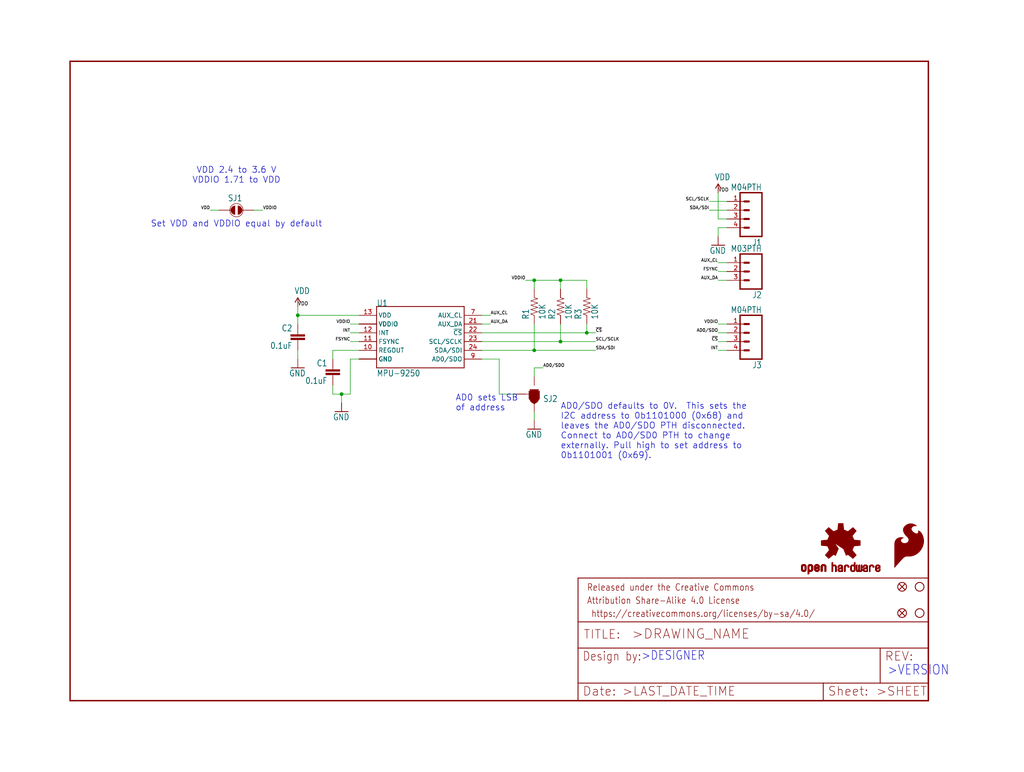
<source format=kicad_sch>
(kicad_sch (version 20211123) (generator eeschema)
  (paper "User" 297.002 223.926)
  (lib_symbols
    (symbol "eagleSchem-eagle-import:0.1UF-25V(+80{slash}-20%)(0603)"
      (property "Reference" "C" (at 1.524 2.921 0))
      (property "Value" "0.1UF-25V(+80{slash}-20%)(0603)" (at 1.524 -2.159 0))
      (symbol "0.1UF-25V(+80{slash}-20%)(0603)_1_0"
        (pin passive line (at 0 5.08 270) (length 2.54) (name "1") (number "1"))
        (pin passive line (at 0 -2.54 90) (length 2.54) (name "2") (number "2"))
      )
    )
    (symbol "eagleSchem-eagle-import:10KOHM-1{slash}10W-1%(0603)0603"
      (property "Reference" "R" (at -3.81 1.4986 0))
      (property "Value" "10KOHM-1{slash}10W-1%(0603)0603" (at -3.81 -3.302 0))
      (symbol "10KOHM-1{slash}10W-1%(0603)0603_1_0"
        (pin passive line (at -5.08 0 0) (length 2.54) (name "1") (number "1"))
        (pin passive line (at 5.08 0 180) (length 2.54) (name "2") (number "2"))
      )
    )
    (symbol "eagleSchem-eagle-import:FIDUCIAL1X2")
    (symbol "eagleSchem-eagle-import:FRAME-LETTER"
      (symbol "FRAME-LETTER_2_0"
        (text " https://creativecommons.org/licenses/by-sa/4.0/" (at 2.54 24.13 0) (effects (font (size 1.9304 1.6408)) (justify left bottom)))
        (text ">DRAWING_NAME" (at 15.494 17.78 0) (effects (font (size 2.7432 2.7432)) (justify left bottom)))
        (text ">LAST_DATE_TIME" (at 12.7 1.27 0) (effects (font (size 2.54 2.54)) (justify left bottom)))
        (text ">SHEET" (at 86.36 1.27 0) (effects (font (size 2.54 2.54)) (justify left bottom)))
        (text "Attribution Share-Alike 4.0 License" (at 2.54 27.94 0) (effects (font (size 1.9304 1.6408)) (justify left bottom)))
        (text "Date:" (at 1.27 1.27 0) (effects (font (size 2.54 2.54)) (justify left bottom)))
        (text "Design by:" (at 1.27 11.43 0) (effects (font (size 2.54 2.159)) (justify left bottom)))
        (text "Released under the Creative Commons" (at 2.54 31.75 0) (effects (font (size 1.9304 1.6408)) (justify left bottom)))
        (text "REV:" (at 88.9 11.43 0) (effects (font (size 2.54 2.54)) (justify left bottom)))
        (text "Sheet:" (at 72.39 1.27 0) (effects (font (size 2.54 2.54)) (justify left bottom)))
        (text "TITLE:" (at 1.524 17.78 0) (effects (font (size 2.54 2.54)) (justify left bottom)))
      )
    )
    (symbol "eagleSchem-eagle-import:GND" (power)
      (property "Value" "GND" (at -2.54 -2.54 0))
      (symbol "GND_1_0"
        (pin power_in line (at 0 2.54 270) (length 2.54) (name "GND") (number "1"))
      )
    )
    (symbol "eagleSchem-eagle-import:JUMPER-PAD-2-NC_BY_PASTEFULL-BOX-SILK"
      (property "Reference" "JP" (at -2.54 2.54 0))
      (property "Value" "JUMPER-PAD-2-NC_BY_PASTEFULL-BOX-SILK" (at -2.54 -5.08 0))
      (symbol "JUMPER-PAD-2-NC_BY_PASTEFULL-BOX-SILK_1_0"
        (pin passive line (at -5.08 0 0) (length 2.54) (name "1") (number "1"))
        (pin passive line (at 5.08 0 180) (length 2.54) (name "2") (number "2"))
      )
    )
    (symbol "eagleSchem-eagle-import:JUMPER_PAD-3-1&2_NC_BY_PASTE"
      (property "Reference" "JP" (at 2.54 0.381 0))
      (property "Value" "JUMPER_PAD-3-1&2_NC_BY_PASTE" (at 2.54 -1.905 0))
      (symbol "JUMPER_PAD-3-1&2_NC_BY_PASTE_1_0"
        (pin passive line (at 0 5.08 270) (length 2.54) (name "1") (number "1"))
        (pin passive line (at -5.08 0 0) (length 2.54) (name "2") (number "2"))
        (pin passive line (at 0 -5.08 90) (length 2.54) (name "3") (number "3"))
      )
    )
    (symbol "eagleSchem-eagle-import:M03PTH"
      (property "Reference" "J" (at -2.54 5.842 0))
      (property "Value" "M03PTH" (at -2.54 -7.62 0))
      (symbol "M03PTH_1_0"
        (pin passive line (at 7.62 -2.54 180) (length 5.08) (name "1") (number "1"))
        (pin passive line (at 7.62 0 180) (length 5.08) (name "2") (number "2"))
        (pin passive line (at 7.62 2.54 180) (length 5.08) (name "3") (number "3"))
      )
    )
    (symbol "eagleSchem-eagle-import:M04PTH"
      (property "Reference" "J" (at -5.08 8.382 0))
      (property "Value" "M04PTH" (at -5.08 -7.62 0))
      (symbol "M04PTH_1_0"
        (pin passive line (at 5.08 -2.54 180) (length 5.08) (name "1") (number "1"))
        (pin passive line (at 5.08 0 180) (length 5.08) (name "2") (number "2"))
        (pin passive line (at 5.08 2.54 180) (length 5.08) (name "3") (number "3"))
        (pin passive line (at 5.08 5.08 180) (length 5.08) (name "4") (number "4"))
      )
    )
    (symbol "eagleSchem-eagle-import:MPU-9250"
      (property "Reference" "U" (at -12.7 10.16 0))
      (property "Value" "MPU-9250" (at -12.7 -10.16 0))
      (symbol "MPU-9250_1_0"
        (pin bidirectional line (at -17.78 5.08 0) (length 5.08) (name "VDDIO") (number "1"))
        (pin bidirectional line (at -17.78 -2.54 0) (length 5.08) (name "REGOUT") (number "10"))
        (pin bidirectional line (at -17.78 0 0) (length 5.08) (name "FSYNC") (number "11"))
        (pin bidirectional line (at -17.78 2.54 0) (length 5.08) (name "INT") (number "12"))
        (pin bidirectional line (at -17.78 7.62 0) (length 5.08) (name "VDD") (number "13"))
        (pin bidirectional line (at -17.78 -5.08 0) (length 5.08) (name "GND") (number "18"))
        (pin bidirectional line (at -17.78 -5.08 0) (length 5.08) (name "GND") (number "20"))
        (pin bidirectional line (at 17.78 5.08 180) (length 5.08) (name "AUX_DA") (number "21"))
        (pin bidirectional line (at 17.78 2.54 180) (length 5.08) (name "~{CS}") (number "22"))
        (pin bidirectional line (at 17.78 0 180) (length 5.08) (name "SCL/SCLK") (number "23"))
        (pin bidirectional line (at 17.78 -2.54 180) (length 5.08) (name "SDA/SDI") (number "24"))
        (pin bidirectional line (at 17.78 7.62 180) (length 5.08) (name "AUX_CL") (number "7"))
        (pin bidirectional line (at -17.78 5.08 0) (length 5.08) (name "VDDIO") (number "8"))
        (pin bidirectional line (at 17.78 -5.08 180) (length 5.08) (name "AD0/SDO") (number "9"))
        (pin bidirectional line (at -17.78 -5.08 0) (length 5.08) (name "GND") (number "CENTER"))
      )
    )
    (symbol "eagleSchem-eagle-import:OSHW-LOGOS")
    (symbol "eagleSchem-eagle-import:SFE_LOGO_FLAME.1_INCH")
    (symbol "eagleSchem-eagle-import:STAND-OFF")
    (symbol "eagleSchem-eagle-import:VCC" (power)
      (property "Value" "VCC" (at -1.016 3.556 0))
      (symbol "VCC_1_0"
        (pin power_in line (at 0 0 90) (length 2.54) (name "VCC") (number "1"))
      )
    )
  )
  (junction (at 154.94 81.28))
  (junction (at 154.94 101.6))
  (junction (at 162.56 99.06))
  (junction (at 170.18 96.52))
  (junction (at 86.36 91.44))
  (junction (at 99.06 114.3))
  (junction (at 162.56 81.28))
  (wire (pts (xy 101.6 114.3) (xy 99.06 114.3)))
  (wire (pts (xy 208.28 66.04) (xy 208.28 68.58)))
  (wire (pts (xy 210.82 76.2) (xy 208.28 76.2)))
  (wire (pts (xy 96.52 114.3) (xy 99.06 114.3)))
  (wire (pts (xy 170.18 93.98) (xy 170.18 96.52)))
  (wire (pts (xy 96.52 101.6) (xy 96.52 104.14)))
  (wire (pts (xy 139.7 96.52) (xy 170.18 96.52)))
  (wire (pts (xy 154.94 101.6) (xy 172.72 101.6)))
  (wire (pts (xy 162.56 99.06) (xy 162.56 93.98)))
  (wire (pts (xy 154.94 109.22) (xy 154.94 106.68)))
  (wire (pts (xy 162.56 99.06) (xy 172.72 99.06)))
  (wire (pts (xy 60.96 60.96) (xy 63.5 60.96)))
  (wire (pts (xy 154.94 106.68) (xy 157.48 106.68)))
  (wire (pts (xy 104.14 93.98) (xy 101.6 93.98)))
  (wire (pts (xy 139.7 99.06) (xy 162.56 99.06)))
  (wire (pts (xy 86.36 88.9) (xy 86.36 91.44)))
  (wire (pts (xy 208.28 101.6) (xy 210.82 101.6)))
  (wire (pts (xy 154.94 121.92) (xy 154.94 119.38)))
  (wire (pts (xy 162.56 81.28) (xy 170.18 81.28)))
  (wire (pts (xy 144.78 104.14) (xy 144.78 114.3)))
  (wire (pts (xy 76.2 60.96) (xy 73.66 60.96)))
  (wire (pts (xy 210.82 81.28) (xy 208.28 81.28)))
  (wire (pts (xy 210.82 93.98) (xy 208.28 93.98)))
  (wire (pts (xy 210.82 60.96) (xy 205.74 60.96)))
  (wire (pts (xy 154.94 83.82) (xy 154.94 81.28)))
  (wire (pts (xy 154.94 101.6) (xy 154.94 93.98)))
  (wire (pts (xy 139.7 93.98) (xy 142.24 93.98)))
  (wire (pts (xy 86.36 91.44) (xy 104.14 91.44)))
  (wire (pts (xy 104.14 104.14) (xy 101.6 104.14)))
  (wire (pts (xy 99.06 114.3) (xy 99.06 116.84)))
  (wire (pts (xy 210.82 99.06) (xy 208.28 99.06)))
  (wire (pts (xy 170.18 96.52) (xy 172.72 96.52)))
  (wire (pts (xy 154.94 81.28) (xy 152.4 81.28)))
  (wire (pts (xy 104.14 99.06) (xy 101.6 99.06)))
  (wire (pts (xy 86.36 91.44) (xy 86.36 93.98)))
  (wire (pts (xy 210.82 78.74) (xy 208.28 78.74)))
  (wire (pts (xy 104.14 101.6) (xy 96.52 101.6)))
  (wire (pts (xy 96.52 111.76) (xy 96.52 114.3)))
  (wire (pts (xy 139.7 104.14) (xy 144.78 104.14)))
  (wire (pts (xy 139.7 101.6) (xy 154.94 101.6)))
  (wire (pts (xy 170.18 81.28) (xy 170.18 83.82)))
  (wire (pts (xy 210.82 66.04) (xy 208.28 66.04)))
  (wire (pts (xy 210.82 96.52) (xy 208.28 96.52)))
  (wire (pts (xy 154.94 81.28) (xy 162.56 81.28)))
  (wire (pts (xy 104.14 96.52) (xy 101.6 96.52)))
  (wire (pts (xy 162.56 81.28) (xy 162.56 83.82)))
  (wire (pts (xy 208.28 55.88) (xy 208.28 63.5)))
  (wire (pts (xy 101.6 104.14) (xy 101.6 114.3)))
  (wire (pts (xy 208.28 63.5) (xy 210.82 63.5)))
  (wire (pts (xy 139.7 91.44) (xy 142.24 91.44)))
  (wire (pts (xy 210.82 58.42) (xy 205.74 58.42)))
  (wire (pts (xy 144.78 114.3) (xy 149.86 114.3)))
  (wire (pts (xy 86.36 104.14) (xy 86.36 101.6)))
  (text "AD0 sets LSB\nof address" (at 132.08 119.38 180) (effects (font (size 1.778 1.778)) (justify left bottom)))
  (text ">DESIGNER" (at 185.928 191.77 180) (effects (font (size 2.54 2.159)) (justify left bottom)))
  (text "VDD 2.4 to 3.6 V\nVDDIO 1.71 to VDD" (at 68.58 53.34 180) (effects (font (size 1.778 1.778)) (justify bottom)))
  (text "AD0/SDO defaults to 0V.  This sets the\nI2C address to 0b1101000 (0x68) and\nleaves the AD0/SDO PTH disconnected.\nConnect to AD0/SD0 PTH to change\nexternally. Pull high to set address to\n0b1101001 (0x69)." (at 162.56 116.84 0) (effects (font (size 1.778 1.778)) (justify left top)))
  (text ">VERSION" (at 257.302 196.088 180) (effects (font (size 2.794 2.3749)) (justify left bottom)))
  (text "Set VDD and VDDIO equal by default" (at 68.58 66.04 180) (effects (font (size 1.778 1.778)) (justify bottom)))
  (label "~{CS}" (at 208.28 99.06 180) (effects (font (size 0.889 0.889))))
  (label "INT" (at 101.6 96.52 180) (effects (font (size 0.889 0.889))))
  (label "VDDIO" (at 152.4 81.28 180) (effects (font (size 0.889 0.889))))
  (label "VDD" (at 208.28 55.88 0) (effects (font (size 1.016 1.016))))
  (label "VDDIO" (at 101.6 93.98 180) (effects (font (size 0.889 0.889))))
  (label "VDDIO" (at 208.28 93.98 180) (effects (font (size 0.889 0.889))))
  (label "SDA/SDI" (at 172.72 101.6 0) (effects (font (size 0.889 0.889))))
  (label "VDD" (at 60.96 60.96 180) (effects (font (size 0.889 0.889))))
  (label "FSYNC" (at 101.6 99.06 180) (effects (font (size 0.889 0.889))))
  (label "AD0/SDO" (at 208.28 96.52 180) (effects (font (size 0.889 0.889))))
  (label "AUX_DA" (at 208.28 81.28 180) (effects (font (size 0.889 0.889))))
  (label "AUX_CL" (at 142.24 91.44 0) (effects (font (size 0.889 0.889))))
  (label "SDA/SDI" (at 205.74 60.96 180) (effects (font (size 0.889 0.889))))
  (label "VDDIO" (at 76.2 60.96 0) (effects (font (size 0.889 0.889))))
  (label "SCL/SCLK" (at 205.74 58.42 180) (effects (font (size 0.889 0.889))))
  (label "AUX_DA" (at 142.24 93.98 0) (effects (font (size 0.889 0.889))))
  (label "SCL/SCLK" (at 172.72 99.06 0) (effects (font (size 0.889 0.889))))
  (label "FSYNC" (at 208.28 78.74 180) (effects (font (size 0.889 0.889))))
  (label "INT" (at 208.28 101.6 180) (effects (font (size 0.889 0.889))))
  (label "AUX_CL" (at 208.28 76.2 180) (effects (font (size 0.889 0.889))))
  (label "~{CS}" (at 172.72 96.52 0) (effects (font (size 0.889 0.889))))
  (label "VDD" (at 86.36 88.9 0) (effects (font (size 1.016 1.016))))
  (label "AD0/SDO" (at 157.48 106.68 0) (effects (font (size 0.889 0.889))))
  (symbol (lib_id "eagleSchem-eagle-import:STAND-OFF") (at 266.7 170.18 0) (unit 1)
    (property "Reference" "STANDOFF1" (effects hide))
    (property "Value" "STAND-OFF" (effects hide))
    (property "Footprint" "eagleSchem:STAND-OFF" (effects hide))
  )
  (symbol (lib_id "eagleSchem-eagle-import:JUMPER_PAD-3-1&2_NC_BY_PASTE") (at 154.94 114.3 0) (mirror x) (unit 1)
    (property "Reference" "SJ2" (at 157.48 114.681 0) (effects (font (size 1.778 1.5113)) (justify left bottom)))
    (property "Value" "JUMPER_PAD-3-1&2_NC_BY_PASTE" (effects hide))
    (property "Footprint" "eagleSchem:PAD-HUMPER-3-1&2_NC_BY_PASTE_YES_SILK_FULL_BOX" (effects hide))
  )
  (symbol (lib_id "eagleSchem-eagle-import:M04PTH") (at 215.9 96.52 180) (unit 1)
    (property "Reference" "J3" (at 220.98 104.902 0) (effects (font (size 1.778 1.5113)) (justify left bottom)))
    (property "Value" "M04PTH" (at 220.98 88.9 0) (effects (font (size 1.778 1.5113)) (justify left bottom)))
    (property "Footprint" "eagleSchem:1X04" (effects hide))
  )
  (symbol (lib_id "eagleSchem-eagle-import:10KOHM-1{slash}10W-1%(0603)0603") (at 170.18 88.9 90) (unit 1)
    (property "Reference" "R3" (at 168.6814 92.71 0) (effects (font (size 1.778 1.5113)) (justify left bottom)))
    (property "Value" "10K" (at 173.482 92.71 0) (effects (font (size 1.778 1.5113)) (justify left bottom)))
    (property "Footprint" "eagleSchem:0603-RES" (effects hide))
  )
  (symbol (lib_id "eagleSchem-eagle-import:M03PTH") (at 218.44 78.74 180) (unit 1)
    (property "Reference" "J2" (at 220.98 84.582 0) (effects (font (size 1.778 1.5113)) (justify left bottom)))
    (property "Value" "M03PTH" (at 220.98 71.12 0) (effects (font (size 1.778 1.5113)) (justify left bottom)))
    (property "Footprint" "eagleSchem:1X03" (effects hide))
  )
  (symbol (lib_id "eagleSchem-eagle-import:GND") (at 208.28 71.12 0) (unit 1)
    (property "Reference" "#GND4" (effects hide))
    (property "Value" "GND" (at 205.74 73.66 0) (effects (font (size 1.778 1.5113)) (justify left bottom)))
    (property "Footprint" "eagleSchem:" (effects hide))
  )
  (symbol (lib_id "eagleSchem-eagle-import:GND") (at 99.06 119.38 0) (unit 1)
    (property "Reference" "#GND1" (effects hide))
    (property "Value" "GND" (at 96.52 121.92 0) (effects (font (size 1.778 1.5113)) (justify left bottom)))
    (property "Footprint" "eagleSchem:" (effects hide))
  )
  (symbol (lib_id "eagleSchem-eagle-import:10KOHM-1{slash}10W-1%(0603)0603") (at 162.56 88.9 90) (unit 1)
    (property "Reference" "R2" (at 161.0614 92.71 0) (effects (font (size 1.778 1.5113)) (justify left bottom)))
    (property "Value" "10K" (at 165.862 92.71 0) (effects (font (size 1.778 1.5113)) (justify left bottom)))
    (property "Footprint" "eagleSchem:0603-RES" (effects hide))
  )
  (symbol (lib_id "eagleSchem-eagle-import:0.1UF-25V(+80{slash}-20%)(0603)") (at 96.52 109.22 0) (mirror y) (unit 1)
    (property "Reference" "C1" (at 94.996 106.299 0) (effects (font (size 1.778 1.5113)) (justify left bottom)))
    (property "Value" "0.1uF" (at 94.996 111.379 0) (effects (font (size 1.778 1.5113)) (justify left bottom)))
    (property "Footprint" "eagleSchem:0603-CAP" (effects hide))
  )
  (symbol (lib_id "eagleSchem-eagle-import:GND") (at 154.94 124.46 0) (unit 1)
    (property "Reference" "#GND3" (effects hide))
    (property "Value" "GND" (at 152.4 127 0) (effects (font (size 1.778 1.5113)) (justify left bottom)))
    (property "Footprint" "eagleSchem:" (effects hide))
  )
  (symbol (lib_id "eagleSchem-eagle-import:10KOHM-1{slash}10W-1%(0603)0603") (at 154.94 88.9 90) (unit 1)
    (property "Reference" "R1" (at 153.4414 92.71 0) (effects (font (size 1.778 1.5113)) (justify left bottom)))
    (property "Value" "10K" (at 158.242 92.71 0) (effects (font (size 1.778 1.5113)) (justify left bottom)))
    (property "Footprint" "eagleSchem:0603-RES" (effects hide))
  )
  (symbol (lib_id "eagleSchem-eagle-import:VCC") (at 86.36 88.9 0) (unit 1)
    (property "Reference" "#SUPPLY1" (effects hide))
    (property "Value" "VDD" (at 85.344 85.344 0) (effects (font (size 1.778 1.5113)) (justify left bottom)))
    (property "Footprint" "eagleSchem:" (effects hide))
  )
  (symbol (lib_id "eagleSchem-eagle-import:0.1UF-25V(+80{slash}-20%)(0603)") (at 86.36 99.06 0) (mirror y) (unit 1)
    (property "Reference" "C2" (at 84.836 96.139 0) (effects (font (size 1.778 1.5113)) (justify left bottom)))
    (property "Value" "0.1uF" (at 84.836 101.219 0) (effects (font (size 1.778 1.5113)) (justify left bottom)))
    (property "Footprint" "eagleSchem:0603-CAP" (effects hide))
  )
  (symbol (lib_id "eagleSchem-eagle-import:SFE_LOGO_FLAME.1_INCH") (at 259.08 165.1 0) (unit 1)
    (property "Reference" "LOGO1" (effects hide))
    (property "Value" "SFE_LOGO_FLAME.1_INCH" (effects hide))
    (property "Footprint" "eagleSchem:SFE_LOGO_FLAME_.1" (effects hide))
  )
  (symbol (lib_id "eagleSchem-eagle-import:JUMPER-PAD-2-NC_BY_PASTEFULL-BOX-SILK") (at 68.58 60.96 0) (unit 1)
    (property "Reference" "SJ1" (at 66.04 58.42 0) (effects (font (size 1.778 1.5113)) (justify left bottom)))
    (property "Value" "JUMPER-PAD-2-NC_BY_PASTEFULL-BOX-SILK" (effects hide))
    (property "Footprint" "eagleSchem:PAD-JUMPER-2-NC_BY_PASTE_YES_SILK_FULL_BOX" (effects hide))
  )
  (symbol (lib_id "eagleSchem-eagle-import:OSHW-LOGOS") (at 243.84 157.48 0) (unit 1)
    (property "Reference" "LOGO2" (effects hide))
    (property "Value" "OSHW-LOGOS" (effects hide))
    (property "Footprint" "eagleSchem:OSHW-LOGO-S" (effects hide))
  )
  (symbol (lib_id "eagleSchem-eagle-import:FRAME-LETTER") (at 167.64 203.2 0) (unit 2)
    (property "Reference" "FRAME1" (effects hide))
    (property "Value" "FRAME-LETTER" (effects hide))
    (property "Footprint" "eagleSchem:CREATIVE_COMMONS" (effects hide))
  )
  (symbol (lib_id "eagleSchem-eagle-import:FIDUCIAL1X2") (at 261.62 177.8 0) (unit 1)
    (property "Reference" "FID2" (effects hide))
    (property "Value" "FIDUCIAL1X2" (effects hide))
    (property "Footprint" "eagleSchem:FIDUCIAL-1X2" (effects hide))
  )
  (symbol (lib_id "eagleSchem-eagle-import:M04PTH") (at 215.9 60.96 180) (unit 1)
    (property "Reference" "J1" (at 220.98 69.342 0) (effects (font (size 1.778 1.5113)) (justify left bottom)))
    (property "Value" "M04PTH" (at 220.98 53.34 0) (effects (font (size 1.778 1.5113)) (justify left bottom)))
    (property "Footprint" "eagleSchem:1X04" (effects hide))
  )
  (symbol (lib_id "eagleSchem-eagle-import:MPU-9250") (at 121.92 99.06 0) (unit 1)
    (property "Reference" "U1" (at 109.22 88.9 0) (effects (font (size 1.778 1.5113)) (justify left bottom)))
    (property "Value" "MPU-9250" (at 109.22 109.22 0) (effects (font (size 1.778 1.5113)) (justify left bottom)))
    (property "Footprint" "eagleSchem:QFN24_PAD" (effects hide))
  )
  (symbol (lib_id "eagleSchem-eagle-import:FRAME-LETTER") (at 20.32 203.2 0) (unit 1)
    (property "Reference" "FRAME1" (effects hide))
    (property "Value" "FRAME-LETTER" (effects hide))
    (property "Footprint" "eagleSchem:CREATIVE_COMMONS" (effects hide))
  )
  (symbol (lib_id "eagleSchem-eagle-import:STAND-OFF") (at 266.7 177.8 0) (unit 1)
    (property "Reference" "STANDOFF2" (effects hide))
    (property "Value" "STAND-OFF" (effects hide))
    (property "Footprint" "eagleSchem:STAND-OFF" (effects hide))
  )
  (symbol (lib_id "eagleSchem-eagle-import:VCC") (at 208.28 55.88 0) (unit 1)
    (property "Reference" "#SUPPLY2" (effects hide))
    (property "Value" "VDD" (at 207.264 52.324 0) (effects (font (size 1.778 1.5113)) (justify left bottom)))
    (property "Footprint" "eagleSchem:" (effects hide))
  )
  (symbol (lib_id "eagleSchem-eagle-import:FIDUCIAL1X2") (at 261.62 170.18 0) (unit 1)
    (property "Reference" "FID1" (effects hide))
    (property "Value" "FIDUCIAL1X2" (effects hide))
    (property "Footprint" "eagleSchem:FIDUCIAL-1X2" (effects hide))
  )
  (symbol (lib_id "eagleSchem-eagle-import:GND") (at 86.36 106.68 0) (unit 1)
    (property "Reference" "#GND2" (effects hide))
    (property "Value" "GND" (at 83.82 109.22 0) (effects (font (size 1.778 1.5113)) (justify left bottom)))
    (property "Footprint" "eagleSchem:" (effects hide))
  )
)
</source>
